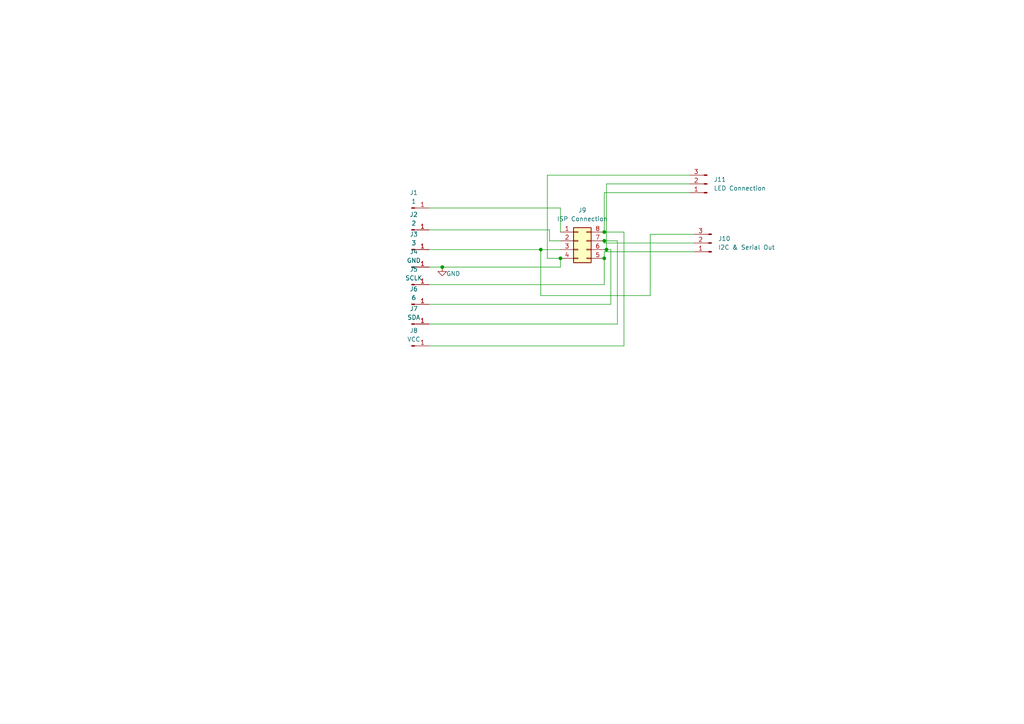
<source format=kicad_sch>
(kicad_sch (version 20230121) (generator eeschema)
  (paper "A4")
  (lib_symbols
    (symbol "Connector:Conn_01x01_Pin" (pin_names (offset 1.016) hide)
      (property "Reference" "J" (at 0 2.54 0))
      (property "Value" "Conn_01x01_Pin" (at 0 -2.54 0))
      (symbol "Conn_01x01_Pin_1_1"
        (polyline (pts (xy 1.27 0) (xy 0.8636 0)) (stroke (width 0.1524)))
        (rectangle (start 0.8636 0.127) (end 0 -0.127) (stroke (width 0.1524)) (fill (type outline)))
        (pin passive line (at 5.08 0 180) (length 3.81) (name "Pin_1") (number "1"))
      )
    )
    (symbol "Connector:Conn_01x03_Pin" (pin_names (offset 1.016) hide)
      (property "Reference" "J" (at 0 5.08 0))
      (property "Value" "Conn_01x03_Pin" (at 0 -5.08 0))
      (symbol "Conn_01x03_Pin_1_1"
        (polyline (pts (xy 1.27 -2.54) (xy 0.8636 -2.54)) (stroke (width 0.1524)))
        (polyline (pts (xy 1.27 0) (xy 0.8636 0)) (stroke (width 0.1524)))
        (polyline (pts (xy 1.27 2.54) (xy 0.8636 2.54)) (stroke (width 0.1524)))
        (rectangle (start 0.8636 -2.413) (end 0 -2.667) (stroke (width 0.1524)) (fill (type outline)))
        (rectangle (start 0.8636 0.127) (end 0 -0.127) (stroke (width 0.1524)) (fill (type outline)))
        (rectangle (start 0.8636 2.667) (end 0 2.413) (stroke (width 0.1524)) (fill (type outline)))
        (pin passive line (at 5.08 2.54 180) (length 3.81) (name "Pin_1") (number "1"))
        (pin passive line (at 5.08 0 180) (length 3.81) (name "Pin_2") (number "2"))
        (pin passive line (at 5.08 -2.54 180) (length 3.81) (name "Pin_3") (number "3"))
      )
    )
    (symbol "Connector_Generic:Conn_02x04_Counter_Clockwise" (pin_names (offset 1.016) hide)
      (property "Reference" "J" (at 1.27 5.08 0))
      (property "Value" "Conn_02x04_Counter_Clockwise" (at 1.27 -7.62 0))
      (symbol "Conn_02x04_Counter_Clockwise_1_1"
        (rectangle (start -1.27 -4.953) (end 0 -5.207) (stroke (width 0.1524)))
        (rectangle (start -1.27 -2.413) (end 0 -2.667) (stroke (width 0.1524)))
        (rectangle (start -1.27 0.127) (end 0 -0.127) (stroke (width 0.1524)))
        (rectangle (start -1.27 2.667) (end 0 2.413) (stroke (width 0.1524)))
        (rectangle (start -1.27 3.81) (end 3.81 -6.35) (stroke (width 0.254)) (fill (type background)))
        (rectangle (start 3.81 -4.953) (end 2.54 -5.207) (stroke (width 0.1524)))
        (rectangle (start 3.81 -2.413) (end 2.54 -2.667) (stroke (width 0.1524)))
        (rectangle (start 3.81 0.127) (end 2.54 -0.127) (stroke (width 0.1524)))
        (rectangle (start 3.81 2.667) (end 2.54 2.413) (stroke (width 0.1524)))
        (pin passive line (at -5.08 2.54 0) (length 3.81) (name "Pin_1") (number "1"))
        (pin passive line (at -5.08 0 0) (length 3.81) (name "Pin_2") (number "2"))
        (pin passive line (at -5.08 -2.54 0) (length 3.81) (name "Pin_3") (number "3"))
        (pin passive line (at -5.08 -5.08 0) (length 3.81) (name "Pin_4") (number "4"))
        (pin passive line (at 7.62 -5.08 180) (length 3.81) (name "Pin_5") (number "5"))
        (pin passive line (at 7.62 -2.54 180) (length 3.81) (name "Pin_6") (number "6"))
        (pin passive line (at 7.62 0 180) (length 3.81) (name "Pin_7") (number "7"))
        (pin passive line (at 7.62 2.54 180) (length 3.81) (name "Pin_8") (number "8"))
      )
    )
    (symbol "power:GND" (power) (pin_names (offset 0))
      (property "Value" "GND" (at 0 -3.81 0))
      (symbol "GND_0_1"
        (polyline (pts (xy 0 0) (xy 0 -1.27) (xy 1.27 -1.27) (xy 0 -2.54) (xy -1.27 -1.27) (xy 0 -1.27)))
      )
      (symbol "GND_1_1"
        (pin power_in line (at 0 0 270) (length 0) hide (name "GND") (number "1"))
      )
    )
  )
  (junction (at 175.26 67.31))
  (junction (at 162.56 74.93))
  (junction (at 175.26 69.85))
  (junction (at 175.26 74.93))
  (junction (at 175.895 72.39))
  (junction (at 156.845 72.39))
  (junction (at 128.27 77.47))
  (wire (pts (xy 188.595 85.725) (xy 156.845 85.725)))
  (wire (pts (xy 188.595 67.945) (xy 188.595 85.725)))
  (wire (pts (xy 180.975 67.31) (xy 175.26 67.31)))
  (wire (pts (xy 177.165 72.39) (xy 175.895 72.39)))
  (wire (pts (xy 159.385 66.675) (xy 159.385 69.85)))
  (wire (pts (xy 201.295 67.945) (xy 188.595 67.945)))
  (wire (pts (xy 158.75 74.93) (xy 162.56 74.93)))
  (wire (pts (xy 180.975 100.33) (xy 180.975 67.31)))
  (wire (pts (xy 124.46 93.98) (xy 179.07 93.98)))
  (wire (pts (xy 124.46 66.675) (xy 159.385 66.675)))
  (wire (pts (xy 162.56 77.47) (xy 162.56 74.93)))
  (wire (pts (xy 124.46 100.33) (xy 180.975 100.33)))
  (wire (pts (xy 201.295 73.025) (xy 175.26 73.025)))
  (wire (pts (xy 159.385 69.85) (xy 162.56 69.85)))
  (wire (pts (xy 175.895 53.34) (xy 175.895 72.39)))
  (wire (pts (xy 200.025 50.8) (xy 158.75 50.8)))
  (wire (pts (xy 156.845 85.725) (xy 156.845 72.39)))
  (wire (pts (xy 200.025 55.88) (xy 175.26 55.88)))
  (wire (pts (xy 156.845 72.39) (xy 162.56 72.39)))
  (wire (pts (xy 175.26 82.55) (xy 175.26 74.93)))
  (wire (pts (xy 179.07 69.85) (xy 175.26 69.85)))
  (wire (pts (xy 124.46 72.39) (xy 156.845 72.39)))
  (wire (pts (xy 175.26 73.025) (xy 175.26 74.93)))
  (wire (pts (xy 162.56 60.325) (xy 162.56 67.31)))
  (wire (pts (xy 124.46 82.55) (xy 175.26 82.55)))
  (wire (pts (xy 175.26 55.88) (xy 175.26 67.31)))
  (wire (pts (xy 124.46 60.325) (xy 162.56 60.325)))
  (wire (pts (xy 175.26 70.485) (xy 175.26 69.85)))
  (wire (pts (xy 128.27 77.47) (xy 162.56 77.47)))
  (wire (pts (xy 179.07 93.98) (xy 179.07 69.85)))
  (wire (pts (xy 175.895 72.39) (xy 175.26 72.39)))
  (wire (pts (xy 158.75 50.8) (xy 158.75 74.93)))
  (wire (pts (xy 201.295 70.485) (xy 175.26 70.485)))
  (wire (pts (xy 177.165 88.265) (xy 177.165 72.39)))
  (wire (pts (xy 124.46 77.47) (xy 128.27 77.47)))
  (wire (pts (xy 200.025 53.34) (xy 175.895 53.34)))
  (wire (pts (xy 124.46 88.265) (xy 177.165 88.265)))
  (symbol (lib_id "Connector:Conn_01x01_Pin") (at 119.38 60.325 0) (unit 1)
    (property "Reference" "J1" (at 120.015 55.88 0))
    (property "Value" "1" (at 120.015 58.42 0))
    (property "Footprint" "Library:P75-E2 Through Hole" (effects hide))
  )
  (symbol (lib_id "Connector:Conn_01x01_Pin") (at 119.38 66.675 0) (unit 1)
    (property "Reference" "J2" (at 120.015 62.23 0))
    (property "Value" "2" (at 120.015 64.77 0))
    (property "Footprint" "Library:P75-E2 Through Hole" (effects hide))
  )
  (symbol (lib_id "power:GND") (at 128.27 77.47 0) (unit 1)
    (property "Reference" "#PWR01" (effects hide))
    (property "Value" "GND" (at 131.445 79.375 0))
  )
  (symbol (lib_id "Connector:Conn_01x03_Pin") (at 205.105 53.34 180) (unit 1)
    (property "Reference" "J11" (at 207.01 52.07 0) (effects (justify right)))
    (property "Value" "LED Connection" (at 207.01 54.61 0) (effects (justify right)))
    (property "Footprint" "Connector_PinHeader_2.54mm:PinHeader_1x03_P2.54mm_Horizontal" (effects hide))
  )
  (symbol (lib_id "Connector:Conn_01x01_Pin") (at 119.38 93.98 0) (unit 1)
    (property "Reference" "J7" (at 120.015 89.535 0))
    (property "Value" "SDA" (at 120.015 92.075 0))
    (property "Footprint" "Library:P75-E2 Through Hole" (effects hide))
  )
  (symbol (lib_id "Connector:Conn_01x01_Pin") (at 119.38 88.265 0) (unit 1)
    (property "Reference" "J6" (at 120.015 83.82 0))
    (property "Value" "6" (at 120.015 86.36 0))
    (property "Footprint" "Library:P75-E2 Through Hole" (effects hide))
  )
  (symbol (lib_id "Connector:Conn_01x03_Pin") (at 206.375 70.485 180) (unit 1)
    (property "Reference" "J10" (at 208.28 69.215 0) (effects (justify right)))
    (property "Value" "I2C & Serial Out" (at 208.28 71.755 0) (effects (justify right)))
    (property "Footprint" "Connector_PinHeader_2.54mm:PinHeader_1x03_P2.54mm_Horizontal" (effects hide))
  )
  (symbol (lib_id "Connector:Conn_01x01_Pin") (at 119.38 82.55 0) (unit 1)
    (property "Reference" "J5" (at 120.015 78.105 0))
    (property "Value" "SCLK" (at 120.015 80.645 0))
    (property "Footprint" "Library:P75-E2 Through Hole" (effects hide))
  )
  (symbol (lib_id "Connector:Conn_01x01_Pin") (at 119.38 77.47 0) (unit 1)
    (property "Reference" "J4" (at 120.015 73.025 0))
    (property "Value" "GND" (at 120.015 75.565 0))
    (property "Footprint" "Library:P75-E2 Through Hole" (effects hide))
  )
  (symbol (lib_id "Connector:Conn_01x01_Pin") (at 119.38 72.39 0) (unit 1)
    (property "Reference" "J3" (at 120.015 67.945 0))
    (property "Value" "3" (at 120.015 70.485 0))
    (property "Footprint" "Library:P75-E2 Through Hole" (effects hide))
  )
  (symbol (lib_id "Connector_Generic:Conn_02x04_Counter_Clockwise") (at 167.64 69.85 0) (unit 1)
    (property "Reference" "J9" (at 168.91 60.96 0))
    (property "Value" "ISP Connection" (at 168.91 63.5 0))
    (property "Footprint" "Connector_PinHeader_2.54mm:PinHeader_2x04_P2.54mm_Horizontal" (effects hide))
  )
  (symbol (lib_id "Connector:Conn_01x01_Pin") (at 119.38 100.33 0) (unit 1)
    (property "Reference" "J8" (at 120.015 95.885 0))
    (property "Value" "VCC" (at 120.015 98.425 0))
    (property "Footprint" "Library:P75-E2 Through Hole" (effects hide))
  )
)
</source>
